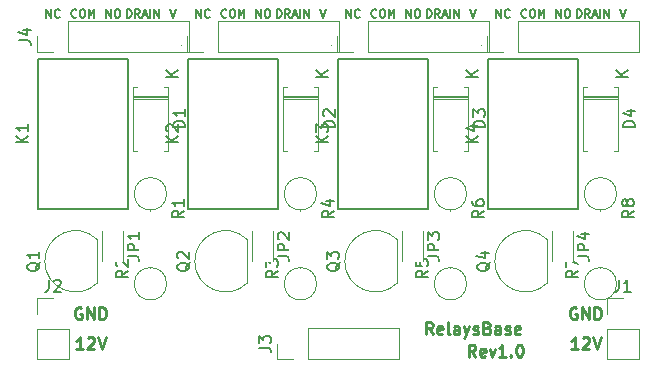
<source format=gto>
G04 #@! TF.FileFunction,Legend,Top*
%FSLAX46Y46*%
G04 Gerber Fmt 4.6, Leading zero omitted, Abs format (unit mm)*
G04 Created by KiCad (PCBNEW 4.0.7-e2-6376~60~ubuntu17.10.1) date Sat Dec 16 23:23:54 2017*
%MOMM*%
%LPD*%
G01*
G04 APERTURE LIST*
%ADD10C,0.100000*%
%ADD11C,0.250000*%
%ADD12C,0.175000*%
%ADD13C,0.120000*%
%ADD14C,0.150000*%
%ADD15C,2.000000*%
%ADD16O,2.000000X2.000000*%
%ADD17R,2.100000X2.100000*%
%ADD18O,2.100000X2.100000*%
%ADD19R,1.670000X1.370000*%
%ADD20C,1.924000*%
%ADD21O,1.900000X1.450000*%
%ADD22R,1.900000X1.450000*%
%ADD23R,2.200000X2.200000*%
%ADD24O,2.200000X2.200000*%
G04 APERTURE END LIST*
D10*
D11*
X165314524Y-126182381D02*
X164981190Y-125706190D01*
X164743095Y-126182381D02*
X164743095Y-125182381D01*
X165124048Y-125182381D01*
X165219286Y-125230000D01*
X165266905Y-125277619D01*
X165314524Y-125372857D01*
X165314524Y-125515714D01*
X165266905Y-125610952D01*
X165219286Y-125658571D01*
X165124048Y-125706190D01*
X164743095Y-125706190D01*
X166124048Y-126134762D02*
X166028810Y-126182381D01*
X165838333Y-126182381D01*
X165743095Y-126134762D01*
X165695476Y-126039524D01*
X165695476Y-125658571D01*
X165743095Y-125563333D01*
X165838333Y-125515714D01*
X166028810Y-125515714D01*
X166124048Y-125563333D01*
X166171667Y-125658571D01*
X166171667Y-125753810D01*
X165695476Y-125849048D01*
X166505000Y-125515714D02*
X166743095Y-126182381D01*
X166981191Y-125515714D01*
X167885953Y-126182381D02*
X167314524Y-126182381D01*
X167600238Y-126182381D02*
X167600238Y-125182381D01*
X167505000Y-125325238D01*
X167409762Y-125420476D01*
X167314524Y-125468095D01*
X168314524Y-126087143D02*
X168362143Y-126134762D01*
X168314524Y-126182381D01*
X168266905Y-126134762D01*
X168314524Y-126087143D01*
X168314524Y-126182381D01*
X168981190Y-125182381D02*
X169076429Y-125182381D01*
X169171667Y-125230000D01*
X169219286Y-125277619D01*
X169266905Y-125372857D01*
X169314524Y-125563333D01*
X169314524Y-125801429D01*
X169266905Y-125991905D01*
X169219286Y-126087143D01*
X169171667Y-126134762D01*
X169076429Y-126182381D01*
X168981190Y-126182381D01*
X168885952Y-126134762D01*
X168838333Y-126087143D01*
X168790714Y-125991905D01*
X168743095Y-125801429D01*
X168743095Y-125563333D01*
X168790714Y-125372857D01*
X168838333Y-125277619D01*
X168885952Y-125230000D01*
X168981190Y-125182381D01*
X161695238Y-124277381D02*
X161361904Y-123801190D01*
X161123809Y-124277381D02*
X161123809Y-123277381D01*
X161504762Y-123277381D01*
X161600000Y-123325000D01*
X161647619Y-123372619D01*
X161695238Y-123467857D01*
X161695238Y-123610714D01*
X161647619Y-123705952D01*
X161600000Y-123753571D01*
X161504762Y-123801190D01*
X161123809Y-123801190D01*
X162504762Y-124229762D02*
X162409524Y-124277381D01*
X162219047Y-124277381D01*
X162123809Y-124229762D01*
X162076190Y-124134524D01*
X162076190Y-123753571D01*
X162123809Y-123658333D01*
X162219047Y-123610714D01*
X162409524Y-123610714D01*
X162504762Y-123658333D01*
X162552381Y-123753571D01*
X162552381Y-123848810D01*
X162076190Y-123944048D01*
X163123809Y-124277381D02*
X163028571Y-124229762D01*
X162980952Y-124134524D01*
X162980952Y-123277381D01*
X163933334Y-124277381D02*
X163933334Y-123753571D01*
X163885715Y-123658333D01*
X163790477Y-123610714D01*
X163600000Y-123610714D01*
X163504762Y-123658333D01*
X163933334Y-124229762D02*
X163838096Y-124277381D01*
X163600000Y-124277381D01*
X163504762Y-124229762D01*
X163457143Y-124134524D01*
X163457143Y-124039286D01*
X163504762Y-123944048D01*
X163600000Y-123896429D01*
X163838096Y-123896429D01*
X163933334Y-123848810D01*
X164314286Y-123610714D02*
X164552381Y-124277381D01*
X164790477Y-123610714D02*
X164552381Y-124277381D01*
X164457143Y-124515476D01*
X164409524Y-124563095D01*
X164314286Y-124610714D01*
X165123810Y-124229762D02*
X165219048Y-124277381D01*
X165409524Y-124277381D01*
X165504763Y-124229762D01*
X165552382Y-124134524D01*
X165552382Y-124086905D01*
X165504763Y-123991667D01*
X165409524Y-123944048D01*
X165266667Y-123944048D01*
X165171429Y-123896429D01*
X165123810Y-123801190D01*
X165123810Y-123753571D01*
X165171429Y-123658333D01*
X165266667Y-123610714D01*
X165409524Y-123610714D01*
X165504763Y-123658333D01*
X166314287Y-123753571D02*
X166457144Y-123801190D01*
X166504763Y-123848810D01*
X166552382Y-123944048D01*
X166552382Y-124086905D01*
X166504763Y-124182143D01*
X166457144Y-124229762D01*
X166361906Y-124277381D01*
X165980953Y-124277381D01*
X165980953Y-123277381D01*
X166314287Y-123277381D01*
X166409525Y-123325000D01*
X166457144Y-123372619D01*
X166504763Y-123467857D01*
X166504763Y-123563095D01*
X166457144Y-123658333D01*
X166409525Y-123705952D01*
X166314287Y-123753571D01*
X165980953Y-123753571D01*
X167409525Y-124277381D02*
X167409525Y-123753571D01*
X167361906Y-123658333D01*
X167266668Y-123610714D01*
X167076191Y-123610714D01*
X166980953Y-123658333D01*
X167409525Y-124229762D02*
X167314287Y-124277381D01*
X167076191Y-124277381D01*
X166980953Y-124229762D01*
X166933334Y-124134524D01*
X166933334Y-124039286D01*
X166980953Y-123944048D01*
X167076191Y-123896429D01*
X167314287Y-123896429D01*
X167409525Y-123848810D01*
X167838096Y-124229762D02*
X167933334Y-124277381D01*
X168123810Y-124277381D01*
X168219049Y-124229762D01*
X168266668Y-124134524D01*
X168266668Y-124086905D01*
X168219049Y-123991667D01*
X168123810Y-123944048D01*
X167980953Y-123944048D01*
X167885715Y-123896429D01*
X167838096Y-123801190D01*
X167838096Y-123753571D01*
X167885715Y-123658333D01*
X167980953Y-123610714D01*
X168123810Y-123610714D01*
X168219049Y-123658333D01*
X169076192Y-124229762D02*
X168980954Y-124277381D01*
X168790477Y-124277381D01*
X168695239Y-124229762D01*
X168647620Y-124134524D01*
X168647620Y-123753571D01*
X168695239Y-123658333D01*
X168790477Y-123610714D01*
X168980954Y-123610714D01*
X169076192Y-123658333D01*
X169123811Y-123753571D01*
X169123811Y-123848810D01*
X168647620Y-123944048D01*
D12*
X167090001Y-97471667D02*
X167090001Y-96771667D01*
X167490001Y-97471667D01*
X167490001Y-96771667D01*
X168223334Y-97405000D02*
X168190000Y-97438333D01*
X168090000Y-97471667D01*
X168023334Y-97471667D01*
X167923334Y-97438333D01*
X167856667Y-97371667D01*
X167823334Y-97305000D01*
X167790000Y-97171667D01*
X167790000Y-97071667D01*
X167823334Y-96938333D01*
X167856667Y-96871667D01*
X167923334Y-96805000D01*
X168023334Y-96771667D01*
X168090000Y-96771667D01*
X168190000Y-96805000D01*
X168223334Y-96838333D01*
X169630001Y-97405000D02*
X169596667Y-97438333D01*
X169496667Y-97471667D01*
X169430001Y-97471667D01*
X169330001Y-97438333D01*
X169263334Y-97371667D01*
X169230001Y-97305000D01*
X169196667Y-97171667D01*
X169196667Y-97071667D01*
X169230001Y-96938333D01*
X169263334Y-96871667D01*
X169330001Y-96805000D01*
X169430001Y-96771667D01*
X169496667Y-96771667D01*
X169596667Y-96805000D01*
X169630001Y-96838333D01*
X170063334Y-96771667D02*
X170196667Y-96771667D01*
X170263334Y-96805000D01*
X170330001Y-96871667D01*
X170363334Y-97005000D01*
X170363334Y-97238333D01*
X170330001Y-97371667D01*
X170263334Y-97438333D01*
X170196667Y-97471667D01*
X170063334Y-97471667D01*
X169996667Y-97438333D01*
X169930001Y-97371667D01*
X169896667Y-97238333D01*
X169896667Y-97005000D01*
X169930001Y-96871667D01*
X169996667Y-96805000D01*
X170063334Y-96771667D01*
X170663334Y-97471667D02*
X170663334Y-96771667D01*
X170896667Y-97271667D01*
X171130000Y-96771667D01*
X171130000Y-97471667D01*
X172153334Y-97471667D02*
X172153334Y-96771667D01*
X172553334Y-97471667D01*
X172553334Y-96771667D01*
X173020000Y-96771667D02*
X173153333Y-96771667D01*
X173220000Y-96805000D01*
X173286667Y-96871667D01*
X173320000Y-97005000D01*
X173320000Y-97238333D01*
X173286667Y-97371667D01*
X173220000Y-97438333D01*
X173153333Y-97471667D01*
X173020000Y-97471667D01*
X172953333Y-97438333D01*
X172886667Y-97371667D01*
X172853333Y-97238333D01*
X172853333Y-97005000D01*
X172886667Y-96871667D01*
X172953333Y-96805000D01*
X173020000Y-96771667D01*
X173893334Y-97471667D02*
X173893334Y-96771667D01*
X174060000Y-96771667D01*
X174160000Y-96805000D01*
X174226667Y-96871667D01*
X174260000Y-96938333D01*
X174293334Y-97071667D01*
X174293334Y-97171667D01*
X174260000Y-97305000D01*
X174226667Y-97371667D01*
X174160000Y-97438333D01*
X174060000Y-97471667D01*
X173893334Y-97471667D01*
X174993334Y-97471667D02*
X174760000Y-97138333D01*
X174593334Y-97471667D02*
X174593334Y-96771667D01*
X174860000Y-96771667D01*
X174926667Y-96805000D01*
X174960000Y-96838333D01*
X174993334Y-96905000D01*
X174993334Y-97005000D01*
X174960000Y-97071667D01*
X174926667Y-97105000D01*
X174860000Y-97138333D01*
X174593334Y-97138333D01*
X175260000Y-97271667D02*
X175593334Y-97271667D01*
X175193334Y-97471667D02*
X175426667Y-96771667D01*
X175660000Y-97471667D01*
X175893334Y-97471667D02*
X175893334Y-96771667D01*
X176226667Y-97471667D02*
X176226667Y-96771667D01*
X176626667Y-97471667D01*
X176626667Y-96771667D01*
X177566667Y-96771667D02*
X177800000Y-97471667D01*
X178033333Y-96771667D01*
X164866667Y-96771667D02*
X165100000Y-97471667D01*
X165333333Y-96771667D01*
X161193334Y-97471667D02*
X161193334Y-96771667D01*
X161360000Y-96771667D01*
X161460000Y-96805000D01*
X161526667Y-96871667D01*
X161560000Y-96938333D01*
X161593334Y-97071667D01*
X161593334Y-97171667D01*
X161560000Y-97305000D01*
X161526667Y-97371667D01*
X161460000Y-97438333D01*
X161360000Y-97471667D01*
X161193334Y-97471667D01*
X162293334Y-97471667D02*
X162060000Y-97138333D01*
X161893334Y-97471667D02*
X161893334Y-96771667D01*
X162160000Y-96771667D01*
X162226667Y-96805000D01*
X162260000Y-96838333D01*
X162293334Y-96905000D01*
X162293334Y-97005000D01*
X162260000Y-97071667D01*
X162226667Y-97105000D01*
X162160000Y-97138333D01*
X161893334Y-97138333D01*
X162560000Y-97271667D02*
X162893334Y-97271667D01*
X162493334Y-97471667D02*
X162726667Y-96771667D01*
X162960000Y-97471667D01*
X163193334Y-97471667D02*
X163193334Y-96771667D01*
X163526667Y-97471667D02*
X163526667Y-96771667D01*
X163926667Y-97471667D01*
X163926667Y-96771667D01*
X159453334Y-97471667D02*
X159453334Y-96771667D01*
X159853334Y-97471667D01*
X159853334Y-96771667D01*
X160320000Y-96771667D02*
X160453333Y-96771667D01*
X160520000Y-96805000D01*
X160586667Y-96871667D01*
X160620000Y-97005000D01*
X160620000Y-97238333D01*
X160586667Y-97371667D01*
X160520000Y-97438333D01*
X160453333Y-97471667D01*
X160320000Y-97471667D01*
X160253333Y-97438333D01*
X160186667Y-97371667D01*
X160153333Y-97238333D01*
X160153333Y-97005000D01*
X160186667Y-96871667D01*
X160253333Y-96805000D01*
X160320000Y-96771667D01*
X156930001Y-97405000D02*
X156896667Y-97438333D01*
X156796667Y-97471667D01*
X156730001Y-97471667D01*
X156630001Y-97438333D01*
X156563334Y-97371667D01*
X156530001Y-97305000D01*
X156496667Y-97171667D01*
X156496667Y-97071667D01*
X156530001Y-96938333D01*
X156563334Y-96871667D01*
X156630001Y-96805000D01*
X156730001Y-96771667D01*
X156796667Y-96771667D01*
X156896667Y-96805000D01*
X156930001Y-96838333D01*
X157363334Y-96771667D02*
X157496667Y-96771667D01*
X157563334Y-96805000D01*
X157630001Y-96871667D01*
X157663334Y-97005000D01*
X157663334Y-97238333D01*
X157630001Y-97371667D01*
X157563334Y-97438333D01*
X157496667Y-97471667D01*
X157363334Y-97471667D01*
X157296667Y-97438333D01*
X157230001Y-97371667D01*
X157196667Y-97238333D01*
X157196667Y-97005000D01*
X157230001Y-96871667D01*
X157296667Y-96805000D01*
X157363334Y-96771667D01*
X157963334Y-97471667D02*
X157963334Y-96771667D01*
X158196667Y-97271667D01*
X158430000Y-96771667D01*
X158430000Y-97471667D01*
X154390001Y-97471667D02*
X154390001Y-96771667D01*
X154790001Y-97471667D01*
X154790001Y-96771667D01*
X155523334Y-97405000D02*
X155490000Y-97438333D01*
X155390000Y-97471667D01*
X155323334Y-97471667D01*
X155223334Y-97438333D01*
X155156667Y-97371667D01*
X155123334Y-97305000D01*
X155090000Y-97171667D01*
X155090000Y-97071667D01*
X155123334Y-96938333D01*
X155156667Y-96871667D01*
X155223334Y-96805000D01*
X155323334Y-96771667D01*
X155390000Y-96771667D01*
X155490000Y-96805000D01*
X155523334Y-96838333D01*
X128990001Y-97471667D02*
X128990001Y-96771667D01*
X129390001Y-97471667D01*
X129390001Y-96771667D01*
X130123334Y-97405000D02*
X130090000Y-97438333D01*
X129990000Y-97471667D01*
X129923334Y-97471667D01*
X129823334Y-97438333D01*
X129756667Y-97371667D01*
X129723334Y-97305000D01*
X129690000Y-97171667D01*
X129690000Y-97071667D01*
X129723334Y-96938333D01*
X129756667Y-96871667D01*
X129823334Y-96805000D01*
X129923334Y-96771667D01*
X129990000Y-96771667D01*
X130090000Y-96805000D01*
X130123334Y-96838333D01*
X131530001Y-97405000D02*
X131496667Y-97438333D01*
X131396667Y-97471667D01*
X131330001Y-97471667D01*
X131230001Y-97438333D01*
X131163334Y-97371667D01*
X131130001Y-97305000D01*
X131096667Y-97171667D01*
X131096667Y-97071667D01*
X131130001Y-96938333D01*
X131163334Y-96871667D01*
X131230001Y-96805000D01*
X131330001Y-96771667D01*
X131396667Y-96771667D01*
X131496667Y-96805000D01*
X131530001Y-96838333D01*
X131963334Y-96771667D02*
X132096667Y-96771667D01*
X132163334Y-96805000D01*
X132230001Y-96871667D01*
X132263334Y-97005000D01*
X132263334Y-97238333D01*
X132230001Y-97371667D01*
X132163334Y-97438333D01*
X132096667Y-97471667D01*
X131963334Y-97471667D01*
X131896667Y-97438333D01*
X131830001Y-97371667D01*
X131796667Y-97238333D01*
X131796667Y-97005000D01*
X131830001Y-96871667D01*
X131896667Y-96805000D01*
X131963334Y-96771667D01*
X132563334Y-97471667D02*
X132563334Y-96771667D01*
X132796667Y-97271667D01*
X133030000Y-96771667D01*
X133030000Y-97471667D01*
X134053334Y-97471667D02*
X134053334Y-96771667D01*
X134453334Y-97471667D01*
X134453334Y-96771667D01*
X134920000Y-96771667D02*
X135053333Y-96771667D01*
X135120000Y-96805000D01*
X135186667Y-96871667D01*
X135220000Y-97005000D01*
X135220000Y-97238333D01*
X135186667Y-97371667D01*
X135120000Y-97438333D01*
X135053333Y-97471667D01*
X134920000Y-97471667D01*
X134853333Y-97438333D01*
X134786667Y-97371667D01*
X134753333Y-97238333D01*
X134753333Y-97005000D01*
X134786667Y-96871667D01*
X134853333Y-96805000D01*
X134920000Y-96771667D01*
X135793334Y-97471667D02*
X135793334Y-96771667D01*
X135960000Y-96771667D01*
X136060000Y-96805000D01*
X136126667Y-96871667D01*
X136160000Y-96938333D01*
X136193334Y-97071667D01*
X136193334Y-97171667D01*
X136160000Y-97305000D01*
X136126667Y-97371667D01*
X136060000Y-97438333D01*
X135960000Y-97471667D01*
X135793334Y-97471667D01*
X136893334Y-97471667D02*
X136660000Y-97138333D01*
X136493334Y-97471667D02*
X136493334Y-96771667D01*
X136760000Y-96771667D01*
X136826667Y-96805000D01*
X136860000Y-96838333D01*
X136893334Y-96905000D01*
X136893334Y-97005000D01*
X136860000Y-97071667D01*
X136826667Y-97105000D01*
X136760000Y-97138333D01*
X136493334Y-97138333D01*
X137160000Y-97271667D02*
X137493334Y-97271667D01*
X137093334Y-97471667D02*
X137326667Y-96771667D01*
X137560000Y-97471667D01*
X137793334Y-97471667D02*
X137793334Y-96771667D01*
X138126667Y-97471667D02*
X138126667Y-96771667D01*
X138526667Y-97471667D01*
X138526667Y-96771667D01*
X139466667Y-96771667D02*
X139700000Y-97471667D01*
X139933333Y-96771667D01*
X152166667Y-96771667D02*
X152400000Y-97471667D01*
X152633333Y-96771667D01*
X148493334Y-97471667D02*
X148493334Y-96771667D01*
X148660000Y-96771667D01*
X148760000Y-96805000D01*
X148826667Y-96871667D01*
X148860000Y-96938333D01*
X148893334Y-97071667D01*
X148893334Y-97171667D01*
X148860000Y-97305000D01*
X148826667Y-97371667D01*
X148760000Y-97438333D01*
X148660000Y-97471667D01*
X148493334Y-97471667D01*
X149593334Y-97471667D02*
X149360000Y-97138333D01*
X149193334Y-97471667D02*
X149193334Y-96771667D01*
X149460000Y-96771667D01*
X149526667Y-96805000D01*
X149560000Y-96838333D01*
X149593334Y-96905000D01*
X149593334Y-97005000D01*
X149560000Y-97071667D01*
X149526667Y-97105000D01*
X149460000Y-97138333D01*
X149193334Y-97138333D01*
X149860000Y-97271667D02*
X150193334Y-97271667D01*
X149793334Y-97471667D02*
X150026667Y-96771667D01*
X150260000Y-97471667D01*
X150493334Y-97471667D02*
X150493334Y-96771667D01*
X150826667Y-97471667D02*
X150826667Y-96771667D01*
X151226667Y-97471667D01*
X151226667Y-96771667D01*
X146753334Y-97471667D02*
X146753334Y-96771667D01*
X147153334Y-97471667D01*
X147153334Y-96771667D01*
X147620000Y-96771667D02*
X147753333Y-96771667D01*
X147820000Y-96805000D01*
X147886667Y-96871667D01*
X147920000Y-97005000D01*
X147920000Y-97238333D01*
X147886667Y-97371667D01*
X147820000Y-97438333D01*
X147753333Y-97471667D01*
X147620000Y-97471667D01*
X147553333Y-97438333D01*
X147486667Y-97371667D01*
X147453333Y-97238333D01*
X147453333Y-97005000D01*
X147486667Y-96871667D01*
X147553333Y-96805000D01*
X147620000Y-96771667D01*
X144230001Y-97405000D02*
X144196667Y-97438333D01*
X144096667Y-97471667D01*
X144030001Y-97471667D01*
X143930001Y-97438333D01*
X143863334Y-97371667D01*
X143830001Y-97305000D01*
X143796667Y-97171667D01*
X143796667Y-97071667D01*
X143830001Y-96938333D01*
X143863334Y-96871667D01*
X143930001Y-96805000D01*
X144030001Y-96771667D01*
X144096667Y-96771667D01*
X144196667Y-96805000D01*
X144230001Y-96838333D01*
X144663334Y-96771667D02*
X144796667Y-96771667D01*
X144863334Y-96805000D01*
X144930001Y-96871667D01*
X144963334Y-97005000D01*
X144963334Y-97238333D01*
X144930001Y-97371667D01*
X144863334Y-97438333D01*
X144796667Y-97471667D01*
X144663334Y-97471667D01*
X144596667Y-97438333D01*
X144530001Y-97371667D01*
X144496667Y-97238333D01*
X144496667Y-97005000D01*
X144530001Y-96871667D01*
X144596667Y-96805000D01*
X144663334Y-96771667D01*
X145263334Y-97471667D02*
X145263334Y-96771667D01*
X145496667Y-97271667D01*
X145730000Y-96771667D01*
X145730000Y-97471667D01*
X141690001Y-97471667D02*
X141690001Y-96771667D01*
X142090001Y-97471667D01*
X142090001Y-96771667D01*
X142823334Y-97405000D02*
X142790000Y-97438333D01*
X142690000Y-97471667D01*
X142623334Y-97471667D01*
X142523334Y-97438333D01*
X142456667Y-97371667D01*
X142423334Y-97305000D01*
X142390000Y-97171667D01*
X142390000Y-97071667D01*
X142423334Y-96938333D01*
X142456667Y-96871667D01*
X142523334Y-96805000D01*
X142623334Y-96771667D01*
X142690000Y-96771667D01*
X142790000Y-96805000D01*
X142823334Y-96838333D01*
D11*
X173863096Y-122055000D02*
X173767858Y-122007381D01*
X173625001Y-122007381D01*
X173482143Y-122055000D01*
X173386905Y-122150238D01*
X173339286Y-122245476D01*
X173291667Y-122435952D01*
X173291667Y-122578810D01*
X173339286Y-122769286D01*
X173386905Y-122864524D01*
X173482143Y-122959762D01*
X173625001Y-123007381D01*
X173720239Y-123007381D01*
X173863096Y-122959762D01*
X173910715Y-122912143D01*
X173910715Y-122578810D01*
X173720239Y-122578810D01*
X174339286Y-123007381D02*
X174339286Y-122007381D01*
X174910715Y-123007381D01*
X174910715Y-122007381D01*
X175386905Y-123007381D02*
X175386905Y-122007381D01*
X175625000Y-122007381D01*
X175767858Y-122055000D01*
X175863096Y-122150238D01*
X175910715Y-122245476D01*
X175958334Y-122435952D01*
X175958334Y-122578810D01*
X175910715Y-122769286D01*
X175863096Y-122864524D01*
X175767858Y-122959762D01*
X175625000Y-123007381D01*
X175386905Y-123007381D01*
X174005953Y-125547381D02*
X173434524Y-125547381D01*
X173720238Y-125547381D02*
X173720238Y-124547381D01*
X173625000Y-124690238D01*
X173529762Y-124785476D01*
X173434524Y-124833095D01*
X174386905Y-124642619D02*
X174434524Y-124595000D01*
X174529762Y-124547381D01*
X174767858Y-124547381D01*
X174863096Y-124595000D01*
X174910715Y-124642619D01*
X174958334Y-124737857D01*
X174958334Y-124833095D01*
X174910715Y-124975952D01*
X174339286Y-125547381D01*
X174958334Y-125547381D01*
X175244048Y-124547381D02*
X175577381Y-125547381D01*
X175910715Y-124547381D01*
X132095953Y-125547381D02*
X131524524Y-125547381D01*
X131810238Y-125547381D02*
X131810238Y-124547381D01*
X131715000Y-124690238D01*
X131619762Y-124785476D01*
X131524524Y-124833095D01*
X132476905Y-124642619D02*
X132524524Y-124595000D01*
X132619762Y-124547381D01*
X132857858Y-124547381D01*
X132953096Y-124595000D01*
X133000715Y-124642619D01*
X133048334Y-124737857D01*
X133048334Y-124833095D01*
X133000715Y-124975952D01*
X132429286Y-125547381D01*
X133048334Y-125547381D01*
X133334048Y-124547381D02*
X133667381Y-125547381D01*
X134000715Y-124547381D01*
X131953096Y-122055000D02*
X131857858Y-122007381D01*
X131715001Y-122007381D01*
X131572143Y-122055000D01*
X131476905Y-122150238D01*
X131429286Y-122245476D01*
X131381667Y-122435952D01*
X131381667Y-122578810D01*
X131429286Y-122769286D01*
X131476905Y-122864524D01*
X131572143Y-122959762D01*
X131715001Y-123007381D01*
X131810239Y-123007381D01*
X131953096Y-122959762D01*
X132000715Y-122912143D01*
X132000715Y-122578810D01*
X131810239Y-122578810D01*
X132429286Y-123007381D02*
X132429286Y-122007381D01*
X133000715Y-123007381D01*
X133000715Y-122007381D01*
X133476905Y-123007381D02*
X133476905Y-122007381D01*
X133715000Y-122007381D01*
X133857858Y-122055000D01*
X133953096Y-122150238D01*
X134000715Y-122245476D01*
X134048334Y-122435952D01*
X134048334Y-122578810D01*
X134000715Y-122769286D01*
X133953096Y-122864524D01*
X133857858Y-122959762D01*
X133715000Y-123007381D01*
X133476905Y-123007381D01*
D13*
X177265000Y-112395000D02*
G75*
G03X177265000Y-112395000I-1370000J0D01*
G01*
X175895000Y-113765000D02*
X175895000Y-113835000D01*
X176470000Y-126425000D02*
X179130000Y-126425000D01*
X176470000Y-123825000D02*
X176470000Y-126425000D01*
X179130000Y-123825000D02*
X179130000Y-126425000D01*
X176470000Y-123825000D02*
X179130000Y-123825000D01*
X176470000Y-122555000D02*
X176470000Y-121225000D01*
X176470000Y-121225000D02*
X177800000Y-121225000D01*
X128210000Y-126425000D02*
X130870000Y-126425000D01*
X128210000Y-123825000D02*
X128210000Y-126425000D01*
X130870000Y-123825000D02*
X130870000Y-126425000D01*
X128210000Y-123825000D02*
X130870000Y-123825000D01*
X128210000Y-122555000D02*
X128210000Y-121225000D01*
X128210000Y-121225000D02*
X129540000Y-121225000D01*
X158810000Y-126425000D02*
X158810000Y-123765000D01*
X151130000Y-126425000D02*
X158810000Y-126425000D01*
X151130000Y-123765000D02*
X158810000Y-123765000D01*
X151130000Y-126425000D02*
X151130000Y-123765000D01*
X149860000Y-126425000D02*
X148530000Y-126425000D01*
X148530000Y-126425000D02*
X148530000Y-125095000D01*
X141030000Y-100390000D02*
X141030000Y-97730000D01*
X130810000Y-100390000D02*
X141030000Y-100390000D01*
X130810000Y-97730000D02*
X141030000Y-97730000D01*
X130810000Y-100390000D02*
X130810000Y-97730000D01*
X129540000Y-100390000D02*
X128210000Y-100390000D01*
X128210000Y-100390000D02*
X128210000Y-99060000D01*
X153730000Y-100390000D02*
X153730000Y-97730000D01*
X143510000Y-100390000D02*
X153730000Y-100390000D01*
X143510000Y-97730000D02*
X153730000Y-97730000D01*
X143510000Y-100390000D02*
X143510000Y-97730000D01*
X142240000Y-100390000D02*
X140910000Y-100390000D01*
X140910000Y-100390000D02*
X140910000Y-99060000D01*
X166430000Y-100390000D02*
X166430000Y-97730000D01*
X156210000Y-100390000D02*
X166430000Y-100390000D01*
X156210000Y-97730000D02*
X166430000Y-97730000D01*
X156210000Y-100390000D02*
X156210000Y-97730000D01*
X154940000Y-100390000D02*
X153610000Y-100390000D01*
X153610000Y-100390000D02*
X153610000Y-99060000D01*
X179130000Y-100390000D02*
X179130000Y-97730000D01*
X168910000Y-100390000D02*
X179130000Y-100390000D01*
X168910000Y-97730000D02*
X179130000Y-97730000D01*
X168910000Y-100390000D02*
X168910000Y-97730000D01*
X167640000Y-100390000D02*
X166310000Y-100390000D01*
X166310000Y-100390000D02*
X166310000Y-99060000D01*
X133730000Y-115570000D02*
X133730000Y-118110000D01*
X135510000Y-118110000D02*
X135510000Y-115570000D01*
X135510000Y-118110000D02*
X133730000Y-118110000D01*
X133730000Y-115570000D02*
X135510000Y-115570000D01*
X146430000Y-115570000D02*
X146430000Y-118110000D01*
X148210000Y-118110000D02*
X148210000Y-115570000D01*
X148210000Y-118110000D02*
X146430000Y-118110000D01*
X146430000Y-115570000D02*
X148210000Y-115570000D01*
X159130000Y-115570000D02*
X159130000Y-118110000D01*
X160910000Y-118110000D02*
X160910000Y-115570000D01*
X160910000Y-118110000D02*
X159130000Y-118110000D01*
X159130000Y-115570000D02*
X160910000Y-115570000D01*
X171830000Y-115570000D02*
X171830000Y-118110000D01*
X173610000Y-118110000D02*
X173610000Y-115570000D01*
X173610000Y-118110000D02*
X171830000Y-118110000D01*
X171830000Y-115570000D02*
X173610000Y-115570000D01*
D14*
X135890000Y-100965000D02*
X128270000Y-100965000D01*
X128270000Y-100965000D02*
X128270000Y-113665000D01*
X128270000Y-113665000D02*
X135890000Y-113665000D01*
X135890000Y-113665000D02*
X135890000Y-100965000D01*
X148590000Y-100965000D02*
X140970000Y-100965000D01*
X140970000Y-100965000D02*
X140970000Y-113665000D01*
X140970000Y-113665000D02*
X148590000Y-113665000D01*
X148590000Y-113665000D02*
X148590000Y-100965000D01*
X161290000Y-100965000D02*
X153670000Y-100965000D01*
X153670000Y-100965000D02*
X153670000Y-113665000D01*
X153670000Y-113665000D02*
X161290000Y-113665000D01*
X161290000Y-113665000D02*
X161290000Y-100965000D01*
X173990000Y-100965000D02*
X166370000Y-100965000D01*
X166370000Y-100965000D02*
X166370000Y-113665000D01*
X166370000Y-113665000D02*
X173990000Y-113665000D01*
X173990000Y-113665000D02*
X173990000Y-100965000D01*
D13*
X133295000Y-119910000D02*
X133295000Y-116310000D01*
X133283478Y-119948478D02*
G75*
G02X128845000Y-118110000I-1838478J1838478D01*
G01*
X133283478Y-116271522D02*
G75*
G03X128845000Y-118110000I-1838478J-1838478D01*
G01*
X145995000Y-119910000D02*
X145995000Y-116310000D01*
X145983478Y-119948478D02*
G75*
G02X141545000Y-118110000I-1838478J1838478D01*
G01*
X145983478Y-116271522D02*
G75*
G03X141545000Y-118110000I-1838478J-1838478D01*
G01*
X158695000Y-119910000D02*
X158695000Y-116310000D01*
X158683478Y-119948478D02*
G75*
G02X154245000Y-118110000I-1838478J1838478D01*
G01*
X158683478Y-116271522D02*
G75*
G03X154245000Y-118110000I-1838478J-1838478D01*
G01*
X171395000Y-119910000D02*
X171395000Y-116310000D01*
X171383478Y-119948478D02*
G75*
G02X166945000Y-118110000I-1838478J1838478D01*
G01*
X171383478Y-116271522D02*
G75*
G03X166945000Y-118110000I-1838478J-1838478D01*
G01*
X138935000Y-103325000D02*
X139265000Y-103325000D01*
X139265000Y-103325000D02*
X139265000Y-108765000D01*
X139265000Y-108765000D02*
X138935000Y-108765000D01*
X136655000Y-103325000D02*
X136325000Y-103325000D01*
X136325000Y-103325000D02*
X136325000Y-108765000D01*
X136325000Y-108765000D02*
X136655000Y-108765000D01*
X139265000Y-104225000D02*
X136325000Y-104225000D01*
X139265000Y-104345000D02*
X136325000Y-104345000D01*
X139265000Y-104105000D02*
X136325000Y-104105000D01*
X151635000Y-103325000D02*
X151965000Y-103325000D01*
X151965000Y-103325000D02*
X151965000Y-108765000D01*
X151965000Y-108765000D02*
X151635000Y-108765000D01*
X149355000Y-103325000D02*
X149025000Y-103325000D01*
X149025000Y-103325000D02*
X149025000Y-108765000D01*
X149025000Y-108765000D02*
X149355000Y-108765000D01*
X151965000Y-104225000D02*
X149025000Y-104225000D01*
X151965000Y-104345000D02*
X149025000Y-104345000D01*
X151965000Y-104105000D02*
X149025000Y-104105000D01*
X164335000Y-103325000D02*
X164665000Y-103325000D01*
X164665000Y-103325000D02*
X164665000Y-108765000D01*
X164665000Y-108765000D02*
X164335000Y-108765000D01*
X162055000Y-103325000D02*
X161725000Y-103325000D01*
X161725000Y-103325000D02*
X161725000Y-108765000D01*
X161725000Y-108765000D02*
X162055000Y-108765000D01*
X164665000Y-104225000D02*
X161725000Y-104225000D01*
X164665000Y-104345000D02*
X161725000Y-104345000D01*
X164665000Y-104105000D02*
X161725000Y-104105000D01*
X177035000Y-103325000D02*
X177365000Y-103325000D01*
X177365000Y-103325000D02*
X177365000Y-108765000D01*
X177365000Y-108765000D02*
X177035000Y-108765000D01*
X174755000Y-103325000D02*
X174425000Y-103325000D01*
X174425000Y-103325000D02*
X174425000Y-108765000D01*
X174425000Y-108765000D02*
X174755000Y-108765000D01*
X177365000Y-104225000D02*
X174425000Y-104225000D01*
X177365000Y-104345000D02*
X174425000Y-104345000D01*
X177365000Y-104105000D02*
X174425000Y-104105000D01*
X139165000Y-112395000D02*
G75*
G03X139165000Y-112395000I-1370000J0D01*
G01*
X137795000Y-113765000D02*
X137795000Y-113835000D01*
X139165000Y-120015000D02*
G75*
G03X139165000Y-120015000I-1370000J0D01*
G01*
X137795000Y-118645000D02*
X137795000Y-118575000D01*
X151865000Y-120015000D02*
G75*
G03X151865000Y-120015000I-1370000J0D01*
G01*
X150495000Y-118645000D02*
X150495000Y-118575000D01*
X151865000Y-112395000D02*
G75*
G03X151865000Y-112395000I-1370000J0D01*
G01*
X150495000Y-113765000D02*
X150495000Y-113835000D01*
X164565000Y-120015000D02*
G75*
G03X164565000Y-120015000I-1370000J0D01*
G01*
X163195000Y-118645000D02*
X163195000Y-118575000D01*
X164565000Y-112395000D02*
G75*
G03X164565000Y-112395000I-1370000J0D01*
G01*
X163195000Y-113765000D02*
X163195000Y-113835000D01*
X177265000Y-120015000D02*
G75*
G03X177265000Y-120015000I-1370000J0D01*
G01*
X175895000Y-118645000D02*
X175895000Y-118575000D01*
D14*
X178717381Y-113831666D02*
X178241190Y-114165000D01*
X178717381Y-114403095D02*
X177717381Y-114403095D01*
X177717381Y-114022142D01*
X177765000Y-113926904D01*
X177812619Y-113879285D01*
X177907857Y-113831666D01*
X178050714Y-113831666D01*
X178145952Y-113879285D01*
X178193571Y-113926904D01*
X178241190Y-114022142D01*
X178241190Y-114403095D01*
X178145952Y-113260238D02*
X178098333Y-113355476D01*
X178050714Y-113403095D01*
X177955476Y-113450714D01*
X177907857Y-113450714D01*
X177812619Y-113403095D01*
X177765000Y-113355476D01*
X177717381Y-113260238D01*
X177717381Y-113069761D01*
X177765000Y-112974523D01*
X177812619Y-112926904D01*
X177907857Y-112879285D01*
X177955476Y-112879285D01*
X178050714Y-112926904D01*
X178098333Y-112974523D01*
X178145952Y-113069761D01*
X178145952Y-113260238D01*
X178193571Y-113355476D01*
X178241190Y-113403095D01*
X178336429Y-113450714D01*
X178526905Y-113450714D01*
X178622143Y-113403095D01*
X178669762Y-113355476D01*
X178717381Y-113260238D01*
X178717381Y-113069761D01*
X178669762Y-112974523D01*
X178622143Y-112926904D01*
X178526905Y-112879285D01*
X178336429Y-112879285D01*
X178241190Y-112926904D01*
X178193571Y-112974523D01*
X178145952Y-113069761D01*
X177466667Y-119677381D02*
X177466667Y-120391667D01*
X177419047Y-120534524D01*
X177323809Y-120629762D01*
X177180952Y-120677381D01*
X177085714Y-120677381D01*
X178466667Y-120677381D02*
X177895238Y-120677381D01*
X178180952Y-120677381D02*
X178180952Y-119677381D01*
X178085714Y-119820238D01*
X177990476Y-119915476D01*
X177895238Y-119963095D01*
X129206667Y-119677381D02*
X129206667Y-120391667D01*
X129159047Y-120534524D01*
X129063809Y-120629762D01*
X128920952Y-120677381D01*
X128825714Y-120677381D01*
X129635238Y-119772619D02*
X129682857Y-119725000D01*
X129778095Y-119677381D01*
X130016191Y-119677381D01*
X130111429Y-119725000D01*
X130159048Y-119772619D01*
X130206667Y-119867857D01*
X130206667Y-119963095D01*
X130159048Y-120105952D01*
X129587619Y-120677381D01*
X130206667Y-120677381D01*
X146982381Y-125428333D02*
X147696667Y-125428333D01*
X147839524Y-125475953D01*
X147934762Y-125571191D01*
X147982381Y-125714048D01*
X147982381Y-125809286D01*
X146982381Y-125047381D02*
X146982381Y-124428333D01*
X147363333Y-124761667D01*
X147363333Y-124618809D01*
X147410952Y-124523571D01*
X147458571Y-124475952D01*
X147553810Y-124428333D01*
X147791905Y-124428333D01*
X147887143Y-124475952D01*
X147934762Y-124523571D01*
X147982381Y-124618809D01*
X147982381Y-124904524D01*
X147934762Y-124999762D01*
X147887143Y-125047381D01*
X126662381Y-99393333D02*
X127376667Y-99393333D01*
X127519524Y-99440953D01*
X127614762Y-99536191D01*
X127662381Y-99679048D01*
X127662381Y-99774286D01*
X126995714Y-98488571D02*
X127662381Y-98488571D01*
X126614762Y-98726667D02*
X127329048Y-98964762D01*
X127329048Y-98345714D01*
X139362381Y-99393333D02*
X140076667Y-99393333D01*
X140219524Y-99440953D01*
X140314762Y-99536191D01*
X140362381Y-99679048D01*
X140362381Y-99774286D01*
X139362381Y-98440952D02*
X139362381Y-98917143D01*
X139838571Y-98964762D01*
X139790952Y-98917143D01*
X139743333Y-98821905D01*
X139743333Y-98583809D01*
X139790952Y-98488571D01*
X139838571Y-98440952D01*
X139933810Y-98393333D01*
X140171905Y-98393333D01*
X140267143Y-98440952D01*
X140314762Y-98488571D01*
X140362381Y-98583809D01*
X140362381Y-98821905D01*
X140314762Y-98917143D01*
X140267143Y-98964762D01*
X152062381Y-99393333D02*
X152776667Y-99393333D01*
X152919524Y-99440953D01*
X153014762Y-99536191D01*
X153062381Y-99679048D01*
X153062381Y-99774286D01*
X152062381Y-98488571D02*
X152062381Y-98679048D01*
X152110000Y-98774286D01*
X152157619Y-98821905D01*
X152300476Y-98917143D01*
X152490952Y-98964762D01*
X152871905Y-98964762D01*
X152967143Y-98917143D01*
X153014762Y-98869524D01*
X153062381Y-98774286D01*
X153062381Y-98583809D01*
X153014762Y-98488571D01*
X152967143Y-98440952D01*
X152871905Y-98393333D01*
X152633810Y-98393333D01*
X152538571Y-98440952D01*
X152490952Y-98488571D01*
X152443333Y-98583809D01*
X152443333Y-98774286D01*
X152490952Y-98869524D01*
X152538571Y-98917143D01*
X152633810Y-98964762D01*
X164762381Y-99393333D02*
X165476667Y-99393333D01*
X165619524Y-99440953D01*
X165714762Y-99536191D01*
X165762381Y-99679048D01*
X165762381Y-99774286D01*
X164762381Y-99012381D02*
X164762381Y-98345714D01*
X165762381Y-98774286D01*
X135852381Y-117673333D02*
X136566667Y-117673333D01*
X136709524Y-117720953D01*
X136804762Y-117816191D01*
X136852381Y-117959048D01*
X136852381Y-118054286D01*
X136852381Y-117197143D02*
X135852381Y-117197143D01*
X135852381Y-116816190D01*
X135900000Y-116720952D01*
X135947619Y-116673333D01*
X136042857Y-116625714D01*
X136185714Y-116625714D01*
X136280952Y-116673333D01*
X136328571Y-116720952D01*
X136376190Y-116816190D01*
X136376190Y-117197143D01*
X136852381Y-115673333D02*
X136852381Y-116244762D01*
X136852381Y-115959048D02*
X135852381Y-115959048D01*
X135995238Y-116054286D01*
X136090476Y-116149524D01*
X136138095Y-116244762D01*
X148552381Y-117673333D02*
X149266667Y-117673333D01*
X149409524Y-117720953D01*
X149504762Y-117816191D01*
X149552381Y-117959048D01*
X149552381Y-118054286D01*
X149552381Y-117197143D02*
X148552381Y-117197143D01*
X148552381Y-116816190D01*
X148600000Y-116720952D01*
X148647619Y-116673333D01*
X148742857Y-116625714D01*
X148885714Y-116625714D01*
X148980952Y-116673333D01*
X149028571Y-116720952D01*
X149076190Y-116816190D01*
X149076190Y-117197143D01*
X148647619Y-116244762D02*
X148600000Y-116197143D01*
X148552381Y-116101905D01*
X148552381Y-115863809D01*
X148600000Y-115768571D01*
X148647619Y-115720952D01*
X148742857Y-115673333D01*
X148838095Y-115673333D01*
X148980952Y-115720952D01*
X149552381Y-116292381D01*
X149552381Y-115673333D01*
X161252381Y-117673333D02*
X161966667Y-117673333D01*
X162109524Y-117720953D01*
X162204762Y-117816191D01*
X162252381Y-117959048D01*
X162252381Y-118054286D01*
X162252381Y-117197143D02*
X161252381Y-117197143D01*
X161252381Y-116816190D01*
X161300000Y-116720952D01*
X161347619Y-116673333D01*
X161442857Y-116625714D01*
X161585714Y-116625714D01*
X161680952Y-116673333D01*
X161728571Y-116720952D01*
X161776190Y-116816190D01*
X161776190Y-117197143D01*
X161252381Y-116292381D02*
X161252381Y-115673333D01*
X161633333Y-116006667D01*
X161633333Y-115863809D01*
X161680952Y-115768571D01*
X161728571Y-115720952D01*
X161823810Y-115673333D01*
X162061905Y-115673333D01*
X162157143Y-115720952D01*
X162204762Y-115768571D01*
X162252381Y-115863809D01*
X162252381Y-116149524D01*
X162204762Y-116244762D01*
X162157143Y-116292381D01*
X173952381Y-117673333D02*
X174666667Y-117673333D01*
X174809524Y-117720953D01*
X174904762Y-117816191D01*
X174952381Y-117959048D01*
X174952381Y-118054286D01*
X174952381Y-117197143D02*
X173952381Y-117197143D01*
X173952381Y-116816190D01*
X174000000Y-116720952D01*
X174047619Y-116673333D01*
X174142857Y-116625714D01*
X174285714Y-116625714D01*
X174380952Y-116673333D01*
X174428571Y-116720952D01*
X174476190Y-116816190D01*
X174476190Y-117197143D01*
X174285714Y-115768571D02*
X174952381Y-115768571D01*
X173904762Y-116006667D02*
X174619048Y-116244762D01*
X174619048Y-115625714D01*
X127452381Y-108053095D02*
X126452381Y-108053095D01*
X127452381Y-107481666D02*
X126880952Y-107910238D01*
X126452381Y-107481666D02*
X127023810Y-108053095D01*
X127452381Y-106529285D02*
X127452381Y-107100714D01*
X127452381Y-106815000D02*
X126452381Y-106815000D01*
X126595238Y-106910238D01*
X126690476Y-107005476D01*
X126738095Y-107100714D01*
X140152381Y-108053095D02*
X139152381Y-108053095D01*
X140152381Y-107481666D02*
X139580952Y-107910238D01*
X139152381Y-107481666D02*
X139723810Y-108053095D01*
X139247619Y-107100714D02*
X139200000Y-107053095D01*
X139152381Y-106957857D01*
X139152381Y-106719761D01*
X139200000Y-106624523D01*
X139247619Y-106576904D01*
X139342857Y-106529285D01*
X139438095Y-106529285D01*
X139580952Y-106576904D01*
X140152381Y-107148333D01*
X140152381Y-106529285D01*
X152852381Y-108053095D02*
X151852381Y-108053095D01*
X152852381Y-107481666D02*
X152280952Y-107910238D01*
X151852381Y-107481666D02*
X152423810Y-108053095D01*
X151852381Y-107148333D02*
X151852381Y-106529285D01*
X152233333Y-106862619D01*
X152233333Y-106719761D01*
X152280952Y-106624523D01*
X152328571Y-106576904D01*
X152423810Y-106529285D01*
X152661905Y-106529285D01*
X152757143Y-106576904D01*
X152804762Y-106624523D01*
X152852381Y-106719761D01*
X152852381Y-107005476D01*
X152804762Y-107100714D01*
X152757143Y-107148333D01*
X165552381Y-108053095D02*
X164552381Y-108053095D01*
X165552381Y-107481666D02*
X164980952Y-107910238D01*
X164552381Y-107481666D02*
X165123810Y-108053095D01*
X164885714Y-106624523D02*
X165552381Y-106624523D01*
X164504762Y-106862619D02*
X165219048Y-107100714D01*
X165219048Y-106481666D01*
X128432619Y-118205238D02*
X128385000Y-118300476D01*
X128289762Y-118395714D01*
X128146905Y-118538571D01*
X128099286Y-118633810D01*
X128099286Y-118729048D01*
X128337381Y-118681429D02*
X128289762Y-118776667D01*
X128194524Y-118871905D01*
X128004048Y-118919524D01*
X127670714Y-118919524D01*
X127480238Y-118871905D01*
X127385000Y-118776667D01*
X127337381Y-118681429D01*
X127337381Y-118490952D01*
X127385000Y-118395714D01*
X127480238Y-118300476D01*
X127670714Y-118252857D01*
X128004048Y-118252857D01*
X128194524Y-118300476D01*
X128289762Y-118395714D01*
X128337381Y-118490952D01*
X128337381Y-118681429D01*
X128337381Y-117300476D02*
X128337381Y-117871905D01*
X128337381Y-117586191D02*
X127337381Y-117586191D01*
X127480238Y-117681429D01*
X127575476Y-117776667D01*
X127623095Y-117871905D01*
X141132619Y-118205238D02*
X141085000Y-118300476D01*
X140989762Y-118395714D01*
X140846905Y-118538571D01*
X140799286Y-118633810D01*
X140799286Y-118729048D01*
X141037381Y-118681429D02*
X140989762Y-118776667D01*
X140894524Y-118871905D01*
X140704048Y-118919524D01*
X140370714Y-118919524D01*
X140180238Y-118871905D01*
X140085000Y-118776667D01*
X140037381Y-118681429D01*
X140037381Y-118490952D01*
X140085000Y-118395714D01*
X140180238Y-118300476D01*
X140370714Y-118252857D01*
X140704048Y-118252857D01*
X140894524Y-118300476D01*
X140989762Y-118395714D01*
X141037381Y-118490952D01*
X141037381Y-118681429D01*
X140132619Y-117871905D02*
X140085000Y-117824286D01*
X140037381Y-117729048D01*
X140037381Y-117490952D01*
X140085000Y-117395714D01*
X140132619Y-117348095D01*
X140227857Y-117300476D01*
X140323095Y-117300476D01*
X140465952Y-117348095D01*
X141037381Y-117919524D01*
X141037381Y-117300476D01*
X153832619Y-118205238D02*
X153785000Y-118300476D01*
X153689762Y-118395714D01*
X153546905Y-118538571D01*
X153499286Y-118633810D01*
X153499286Y-118729048D01*
X153737381Y-118681429D02*
X153689762Y-118776667D01*
X153594524Y-118871905D01*
X153404048Y-118919524D01*
X153070714Y-118919524D01*
X152880238Y-118871905D01*
X152785000Y-118776667D01*
X152737381Y-118681429D01*
X152737381Y-118490952D01*
X152785000Y-118395714D01*
X152880238Y-118300476D01*
X153070714Y-118252857D01*
X153404048Y-118252857D01*
X153594524Y-118300476D01*
X153689762Y-118395714D01*
X153737381Y-118490952D01*
X153737381Y-118681429D01*
X152737381Y-117919524D02*
X152737381Y-117300476D01*
X153118333Y-117633810D01*
X153118333Y-117490952D01*
X153165952Y-117395714D01*
X153213571Y-117348095D01*
X153308810Y-117300476D01*
X153546905Y-117300476D01*
X153642143Y-117348095D01*
X153689762Y-117395714D01*
X153737381Y-117490952D01*
X153737381Y-117776667D01*
X153689762Y-117871905D01*
X153642143Y-117919524D01*
X166532619Y-118205238D02*
X166485000Y-118300476D01*
X166389762Y-118395714D01*
X166246905Y-118538571D01*
X166199286Y-118633810D01*
X166199286Y-118729048D01*
X166437381Y-118681429D02*
X166389762Y-118776667D01*
X166294524Y-118871905D01*
X166104048Y-118919524D01*
X165770714Y-118919524D01*
X165580238Y-118871905D01*
X165485000Y-118776667D01*
X165437381Y-118681429D01*
X165437381Y-118490952D01*
X165485000Y-118395714D01*
X165580238Y-118300476D01*
X165770714Y-118252857D01*
X166104048Y-118252857D01*
X166294524Y-118300476D01*
X166389762Y-118395714D01*
X166437381Y-118490952D01*
X166437381Y-118681429D01*
X165770714Y-117395714D02*
X166437381Y-117395714D01*
X165389762Y-117633810D02*
X166104048Y-117871905D01*
X166104048Y-117252857D01*
X140717381Y-106783095D02*
X139717381Y-106783095D01*
X139717381Y-106545000D01*
X139765000Y-106402142D01*
X139860238Y-106306904D01*
X139955476Y-106259285D01*
X140145952Y-106211666D01*
X140288810Y-106211666D01*
X140479286Y-106259285D01*
X140574524Y-106306904D01*
X140669762Y-106402142D01*
X140717381Y-106545000D01*
X140717381Y-106783095D01*
X140717381Y-105259285D02*
X140717381Y-105830714D01*
X140717381Y-105545000D02*
X139717381Y-105545000D01*
X139860238Y-105640238D01*
X139955476Y-105735476D01*
X140003095Y-105830714D01*
X140147381Y-102496905D02*
X139147381Y-102496905D01*
X140147381Y-101925476D02*
X139575952Y-102354048D01*
X139147381Y-101925476D02*
X139718810Y-102496905D01*
X153417381Y-106783095D02*
X152417381Y-106783095D01*
X152417381Y-106545000D01*
X152465000Y-106402142D01*
X152560238Y-106306904D01*
X152655476Y-106259285D01*
X152845952Y-106211666D01*
X152988810Y-106211666D01*
X153179286Y-106259285D01*
X153274524Y-106306904D01*
X153369762Y-106402142D01*
X153417381Y-106545000D01*
X153417381Y-106783095D01*
X152512619Y-105830714D02*
X152465000Y-105783095D01*
X152417381Y-105687857D01*
X152417381Y-105449761D01*
X152465000Y-105354523D01*
X152512619Y-105306904D01*
X152607857Y-105259285D01*
X152703095Y-105259285D01*
X152845952Y-105306904D01*
X153417381Y-105878333D01*
X153417381Y-105259285D01*
X152847381Y-102496905D02*
X151847381Y-102496905D01*
X152847381Y-101925476D02*
X152275952Y-102354048D01*
X151847381Y-101925476D02*
X152418810Y-102496905D01*
X166117381Y-106783095D02*
X165117381Y-106783095D01*
X165117381Y-106545000D01*
X165165000Y-106402142D01*
X165260238Y-106306904D01*
X165355476Y-106259285D01*
X165545952Y-106211666D01*
X165688810Y-106211666D01*
X165879286Y-106259285D01*
X165974524Y-106306904D01*
X166069762Y-106402142D01*
X166117381Y-106545000D01*
X166117381Y-106783095D01*
X165117381Y-105878333D02*
X165117381Y-105259285D01*
X165498333Y-105592619D01*
X165498333Y-105449761D01*
X165545952Y-105354523D01*
X165593571Y-105306904D01*
X165688810Y-105259285D01*
X165926905Y-105259285D01*
X166022143Y-105306904D01*
X166069762Y-105354523D01*
X166117381Y-105449761D01*
X166117381Y-105735476D01*
X166069762Y-105830714D01*
X166022143Y-105878333D01*
X165547381Y-102496905D02*
X164547381Y-102496905D01*
X165547381Y-101925476D02*
X164975952Y-102354048D01*
X164547381Y-101925476D02*
X165118810Y-102496905D01*
X178817381Y-106783095D02*
X177817381Y-106783095D01*
X177817381Y-106545000D01*
X177865000Y-106402142D01*
X177960238Y-106306904D01*
X178055476Y-106259285D01*
X178245952Y-106211666D01*
X178388810Y-106211666D01*
X178579286Y-106259285D01*
X178674524Y-106306904D01*
X178769762Y-106402142D01*
X178817381Y-106545000D01*
X178817381Y-106783095D01*
X178150714Y-105354523D02*
X178817381Y-105354523D01*
X177769762Y-105592619D02*
X178484048Y-105830714D01*
X178484048Y-105211666D01*
X178247381Y-102496905D02*
X177247381Y-102496905D01*
X178247381Y-101925476D02*
X177675952Y-102354048D01*
X177247381Y-101925476D02*
X177818810Y-102496905D01*
X140617381Y-113831666D02*
X140141190Y-114165000D01*
X140617381Y-114403095D02*
X139617381Y-114403095D01*
X139617381Y-114022142D01*
X139665000Y-113926904D01*
X139712619Y-113879285D01*
X139807857Y-113831666D01*
X139950714Y-113831666D01*
X140045952Y-113879285D01*
X140093571Y-113926904D01*
X140141190Y-114022142D01*
X140141190Y-114403095D01*
X140617381Y-112879285D02*
X140617381Y-113450714D01*
X140617381Y-113165000D02*
X139617381Y-113165000D01*
X139760238Y-113260238D01*
X139855476Y-113355476D01*
X139903095Y-113450714D01*
X135877381Y-118911666D02*
X135401190Y-119245000D01*
X135877381Y-119483095D02*
X134877381Y-119483095D01*
X134877381Y-119102142D01*
X134925000Y-119006904D01*
X134972619Y-118959285D01*
X135067857Y-118911666D01*
X135210714Y-118911666D01*
X135305952Y-118959285D01*
X135353571Y-119006904D01*
X135401190Y-119102142D01*
X135401190Y-119483095D01*
X134972619Y-118530714D02*
X134925000Y-118483095D01*
X134877381Y-118387857D01*
X134877381Y-118149761D01*
X134925000Y-118054523D01*
X134972619Y-118006904D01*
X135067857Y-117959285D01*
X135163095Y-117959285D01*
X135305952Y-118006904D01*
X135877381Y-118578333D01*
X135877381Y-117959285D01*
X148577381Y-118911666D02*
X148101190Y-119245000D01*
X148577381Y-119483095D02*
X147577381Y-119483095D01*
X147577381Y-119102142D01*
X147625000Y-119006904D01*
X147672619Y-118959285D01*
X147767857Y-118911666D01*
X147910714Y-118911666D01*
X148005952Y-118959285D01*
X148053571Y-119006904D01*
X148101190Y-119102142D01*
X148101190Y-119483095D01*
X147577381Y-118578333D02*
X147577381Y-117959285D01*
X147958333Y-118292619D01*
X147958333Y-118149761D01*
X148005952Y-118054523D01*
X148053571Y-118006904D01*
X148148810Y-117959285D01*
X148386905Y-117959285D01*
X148482143Y-118006904D01*
X148529762Y-118054523D01*
X148577381Y-118149761D01*
X148577381Y-118435476D01*
X148529762Y-118530714D01*
X148482143Y-118578333D01*
X153317381Y-113831666D02*
X152841190Y-114165000D01*
X153317381Y-114403095D02*
X152317381Y-114403095D01*
X152317381Y-114022142D01*
X152365000Y-113926904D01*
X152412619Y-113879285D01*
X152507857Y-113831666D01*
X152650714Y-113831666D01*
X152745952Y-113879285D01*
X152793571Y-113926904D01*
X152841190Y-114022142D01*
X152841190Y-114403095D01*
X152650714Y-112974523D02*
X153317381Y-112974523D01*
X152269762Y-113212619D02*
X152984048Y-113450714D01*
X152984048Y-112831666D01*
X161277381Y-118911666D02*
X160801190Y-119245000D01*
X161277381Y-119483095D02*
X160277381Y-119483095D01*
X160277381Y-119102142D01*
X160325000Y-119006904D01*
X160372619Y-118959285D01*
X160467857Y-118911666D01*
X160610714Y-118911666D01*
X160705952Y-118959285D01*
X160753571Y-119006904D01*
X160801190Y-119102142D01*
X160801190Y-119483095D01*
X160277381Y-118006904D02*
X160277381Y-118483095D01*
X160753571Y-118530714D01*
X160705952Y-118483095D01*
X160658333Y-118387857D01*
X160658333Y-118149761D01*
X160705952Y-118054523D01*
X160753571Y-118006904D01*
X160848810Y-117959285D01*
X161086905Y-117959285D01*
X161182143Y-118006904D01*
X161229762Y-118054523D01*
X161277381Y-118149761D01*
X161277381Y-118387857D01*
X161229762Y-118483095D01*
X161182143Y-118530714D01*
X166017381Y-113831666D02*
X165541190Y-114165000D01*
X166017381Y-114403095D02*
X165017381Y-114403095D01*
X165017381Y-114022142D01*
X165065000Y-113926904D01*
X165112619Y-113879285D01*
X165207857Y-113831666D01*
X165350714Y-113831666D01*
X165445952Y-113879285D01*
X165493571Y-113926904D01*
X165541190Y-114022142D01*
X165541190Y-114403095D01*
X165017381Y-112974523D02*
X165017381Y-113165000D01*
X165065000Y-113260238D01*
X165112619Y-113307857D01*
X165255476Y-113403095D01*
X165445952Y-113450714D01*
X165826905Y-113450714D01*
X165922143Y-113403095D01*
X165969762Y-113355476D01*
X166017381Y-113260238D01*
X166017381Y-113069761D01*
X165969762Y-112974523D01*
X165922143Y-112926904D01*
X165826905Y-112879285D01*
X165588810Y-112879285D01*
X165493571Y-112926904D01*
X165445952Y-112974523D01*
X165398333Y-113069761D01*
X165398333Y-113260238D01*
X165445952Y-113355476D01*
X165493571Y-113403095D01*
X165588810Y-113450714D01*
X173977381Y-118911666D02*
X173501190Y-119245000D01*
X173977381Y-119483095D02*
X172977381Y-119483095D01*
X172977381Y-119102142D01*
X173025000Y-119006904D01*
X173072619Y-118959285D01*
X173167857Y-118911666D01*
X173310714Y-118911666D01*
X173405952Y-118959285D01*
X173453571Y-119006904D01*
X173501190Y-119102142D01*
X173501190Y-119483095D01*
X172977381Y-118578333D02*
X172977381Y-117911666D01*
X173977381Y-118340238D01*
%LPC*%
D15*
X175895000Y-112395000D03*
D16*
X175895000Y-114935000D03*
D17*
X177800000Y-122555000D03*
D18*
X177800000Y-125095000D03*
D17*
X129540000Y-122555000D03*
D18*
X129540000Y-125095000D03*
D17*
X149860000Y-125095000D03*
D18*
X152400000Y-125095000D03*
X154940000Y-125095000D03*
X157480000Y-125095000D03*
D17*
X129540000Y-99060000D03*
D18*
X132080000Y-99060000D03*
X134620000Y-99060000D03*
X137160000Y-99060000D03*
X139700000Y-99060000D03*
D17*
X142240000Y-99060000D03*
D18*
X144780000Y-99060000D03*
X147320000Y-99060000D03*
X149860000Y-99060000D03*
X152400000Y-99060000D03*
D17*
X154940000Y-99060000D03*
D18*
X157480000Y-99060000D03*
X160020000Y-99060000D03*
X162560000Y-99060000D03*
X165100000Y-99060000D03*
D17*
X167640000Y-99060000D03*
D18*
X170180000Y-99060000D03*
X172720000Y-99060000D03*
X175260000Y-99060000D03*
X177800000Y-99060000D03*
D19*
X134620000Y-116200000D03*
X134620000Y-117480000D03*
X147320000Y-116200000D03*
X147320000Y-117480000D03*
X160020000Y-116200000D03*
X160020000Y-117480000D03*
X172720000Y-116200000D03*
X172720000Y-117480000D03*
D20*
X134620000Y-102235000D03*
X129540000Y-102235000D03*
X134620000Y-104775000D03*
X129540000Y-104775000D03*
X134620000Y-112395000D03*
X129540000Y-112395000D03*
X147320000Y-102235000D03*
X142240000Y-102235000D03*
X147320000Y-104775000D03*
X142240000Y-104775000D03*
X147320000Y-112395000D03*
X142240000Y-112395000D03*
X160020000Y-102235000D03*
X154940000Y-102235000D03*
X160020000Y-104775000D03*
X154940000Y-104775000D03*
X160020000Y-112395000D03*
X154940000Y-112395000D03*
X172720000Y-102235000D03*
X167640000Y-102235000D03*
X172720000Y-104775000D03*
X167640000Y-104775000D03*
X172720000Y-112395000D03*
X167640000Y-112395000D03*
D21*
X131445000Y-118110000D03*
X131445000Y-116840000D03*
D22*
X131445000Y-119380000D03*
D21*
X144145000Y-118110000D03*
X144145000Y-116840000D03*
D22*
X144145000Y-119380000D03*
D21*
X156845000Y-118110000D03*
X156845000Y-116840000D03*
D22*
X156845000Y-119380000D03*
D21*
X169545000Y-118110000D03*
X169545000Y-116840000D03*
D22*
X169545000Y-119380000D03*
D23*
X137795000Y-102235000D03*
D24*
X137795000Y-109855000D03*
D23*
X150495000Y-102235000D03*
D24*
X150495000Y-109855000D03*
D23*
X163195000Y-102235000D03*
D24*
X163195000Y-109855000D03*
D23*
X175895000Y-102235000D03*
D24*
X175895000Y-109855000D03*
D15*
X137795000Y-112395000D03*
D16*
X137795000Y-114935000D03*
D15*
X137795000Y-120015000D03*
D16*
X137795000Y-117475000D03*
D15*
X150495000Y-120015000D03*
D16*
X150495000Y-117475000D03*
D15*
X150495000Y-112395000D03*
D16*
X150495000Y-114935000D03*
D15*
X163195000Y-120015000D03*
D16*
X163195000Y-117475000D03*
D15*
X163195000Y-112395000D03*
D16*
X163195000Y-114935000D03*
D15*
X175895000Y-120015000D03*
D16*
X175895000Y-117475000D03*
M02*

</source>
